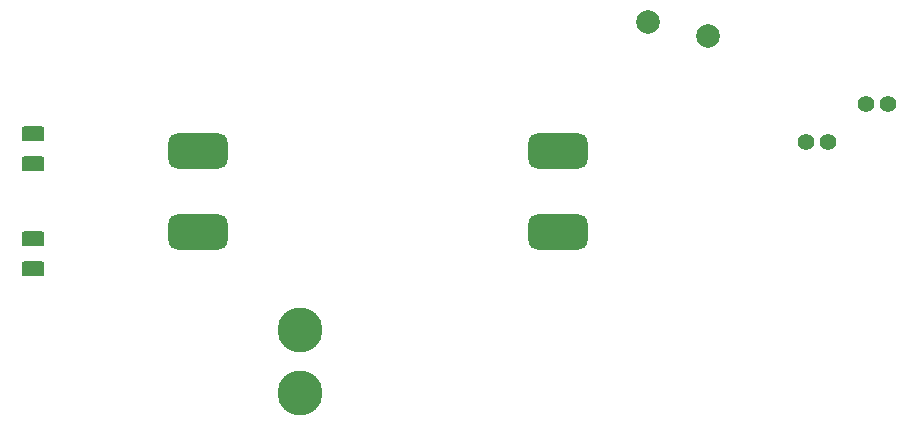
<source format=gbr>
%TF.GenerationSoftware,KiCad,Pcbnew,9.0.5*%
%TF.CreationDate,2025-10-26T09:27:43-06:00*%
%TF.ProjectId,powerBank,706f7765-7242-4616-9e6b-2e6b69636164,rev?*%
%TF.SameCoordinates,Original*%
%TF.FileFunction,Soldermask,Bot*%
%TF.FilePolarity,Negative*%
%FSLAX46Y46*%
G04 Gerber Fmt 4.6, Leading zero omitted, Abs format (unit mm)*
G04 Created by KiCad (PCBNEW 9.0.5) date 2025-10-26 09:27:43*
%MOMM*%
%LPD*%
G01*
G04 APERTURE LIST*
G04 Aperture macros list*
%AMRoundRect*
0 Rectangle with rounded corners*
0 $1 Rounding radius*
0 $2 $3 $4 $5 $6 $7 $8 $9 X,Y pos of 4 corners*
0 Add a 4 corners polygon primitive as box body*
4,1,4,$2,$3,$4,$5,$6,$7,$8,$9,$2,$3,0*
0 Add four circle primitives for the rounded corners*
1,1,$1+$1,$2,$3*
1,1,$1+$1,$4,$5*
1,1,$1+$1,$6,$7*
1,1,$1+$1,$8,$9*
0 Add four rect primitives between the rounded corners*
20,1,$1+$1,$2,$3,$4,$5,0*
20,1,$1+$1,$4,$5,$6,$7,0*
20,1,$1+$1,$6,$7,$8,$9,0*
20,1,$1+$1,$8,$9,$2,$3,0*%
G04 Aperture macros list end*
%ADD10RoundRect,0.190500X0.762000X0.444500X-0.762000X0.444500X-0.762000X-0.444500X0.762000X-0.444500X0*%
%ADD11C,1.400000*%
%ADD12RoundRect,0.750000X-1.750000X-0.750000X1.750000X-0.750000X1.750000X0.750000X-1.750000X0.750000X0*%
%ADD13C,3.800000*%
%ADD14C,2.010000*%
G04 APERTURE END LIST*
D10*
%TO.C,U1*%
X112395000Y-74930000D03*
X112395000Y-72390000D03*
X112395000Y-66040000D03*
X112395000Y-63500000D03*
%TD*%
D11*
%TO.C,R1*%
X177800000Y-64135000D03*
X179700000Y-64135000D03*
%TD*%
D12*
%TO.C,U2*%
X126345000Y-71755000D03*
X126345000Y-64955000D03*
X156845000Y-64955000D03*
X156845000Y-71755000D03*
%TD*%
D13*
%TO.C,H1*%
X134980000Y-80090000D03*
%TD*%
D11*
%TO.C,R2*%
X182880000Y-60960000D03*
X184780000Y-60960000D03*
%TD*%
D13*
%TO.C,H2*%
X134980000Y-85440000D03*
%TD*%
D14*
%TO.C,F1*%
X164455000Y-54010000D03*
X169555000Y-55210000D03*
%TD*%
M02*

</source>
